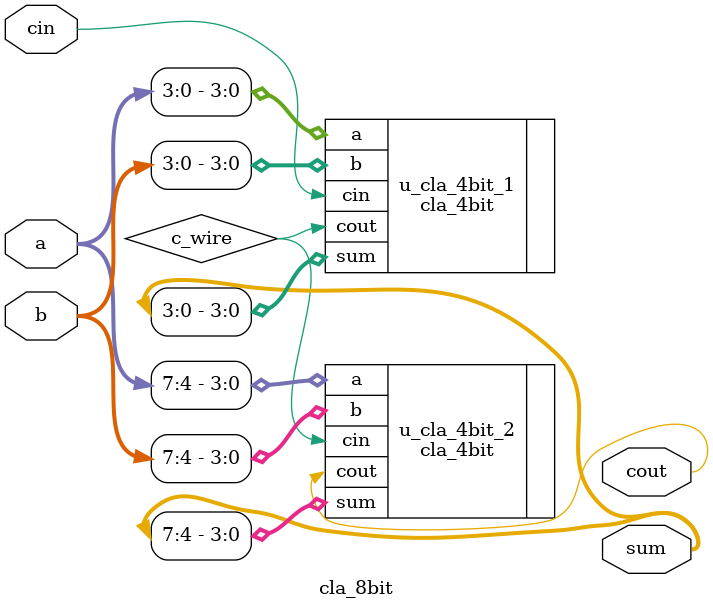
<source format=v>
module cla_8bit(
	input	[7:0]	a,
	input	[7:0]	b,
	input			cin,
	
	output	[7:0]	sum,
	output			cout
);

wire	c_wire;

cla_4bit u_cla_4bit_1(
	.a		(a[3:0]),
	.b		(b[3:0]),
	.cin	(cin),
	.sum	(sum[3:0]),
	.cout	(c_wire)
);

cla_4bit u_cla_4bit_2(
	.a		(a[7:4]),
	.b		(b[7:4]),
	.cin	(c_wire),
	.sum	(sum[7:4]),
	.cout	(cout)
);

endmodule

</source>
